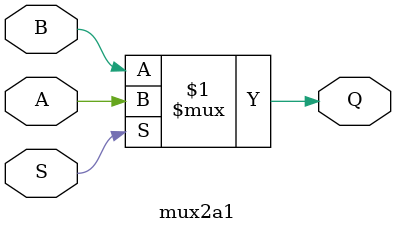
<source format=v>
module mux2a1(
    input A, B, S,
    output Q
);

assign Q = S? A : B;

endmodule

</source>
